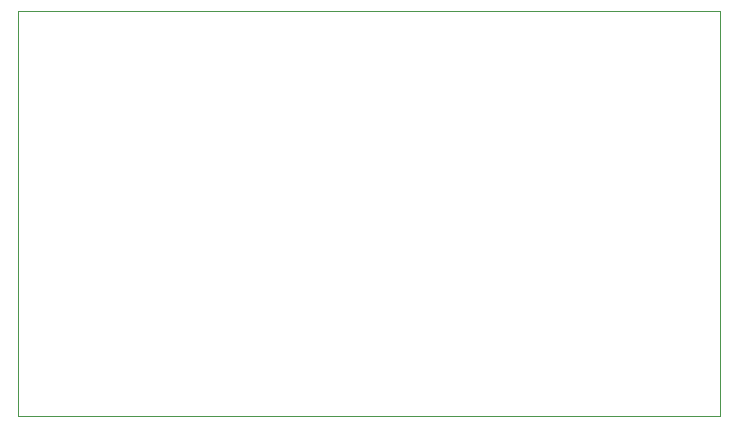
<source format=gbr>
%TF.GenerationSoftware,KiCad,Pcbnew,(5.1.10-1-10_14)*%
%TF.CreationDate,2021-10-18T21:54:19-04:00*%
%TF.ProjectId,RAM-MODULE,52414d2d-4d4f-4445-954c-452e6b696361,rev?*%
%TF.SameCoordinates,Original*%
%TF.FileFunction,Profile,NP*%
%FSLAX46Y46*%
G04 Gerber Fmt 4.6, Leading zero omitted, Abs format (unit mm)*
G04 Created by KiCad (PCBNEW (5.1.10-1-10_14)) date 2021-10-18 21:54:19*
%MOMM*%
%LPD*%
G01*
G04 APERTURE LIST*
%TA.AperFunction,Profile*%
%ADD10C,0.050000*%
%TD*%
G04 APERTURE END LIST*
D10*
X267462000Y-82804000D02*
X227330000Y-82804000D01*
X267462000Y-117094000D02*
X267462000Y-82804000D01*
X208026000Y-117094000D02*
X267462000Y-117094000D01*
X208026000Y-82804000D02*
X208026000Y-117094000D01*
X227330000Y-82804000D02*
X208026000Y-82804000D01*
M02*

</source>
